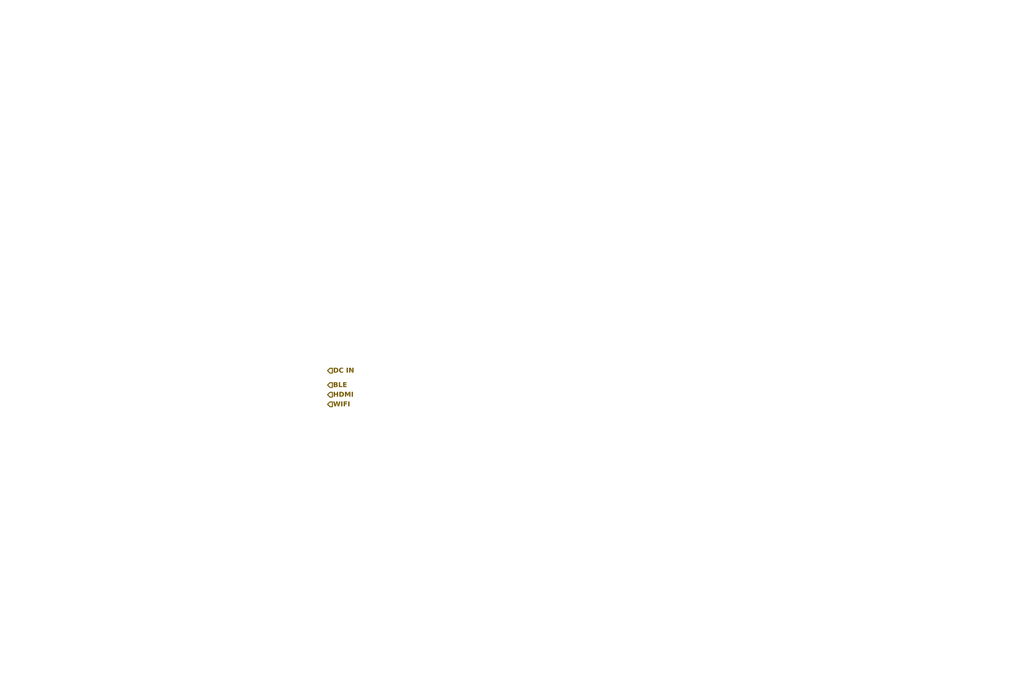
<source format=kicad_sch>
(kicad_sch
	(version 20240101)
	(generator "eeschema")
	(generator_version "8.99")
	(uuid "9656877e-9947-4465-b8a7-40790b2fc774")
	(paper "User" 270 180)
	(lib_symbols)
	(hierarchical_label "HDMI"
		(shape input)
		(at 86.36 104.14 0)
		(fields_autoplaced yes)
		(effects
			(font
				(face "JetBrains Mono")
				(size 1.27 1.27)
				(thickness 0.254)
				(bold yes)
			)
			(justify left)
		)
		(uuid "375cd731-cd17-4558-a37f-0a69068d077f")
	)
	(hierarchical_label "BLE"
		(shape input)
		(at 86.36 101.6 0)
		(fields_autoplaced yes)
		(effects
			(font
				(face "JetBrains Mono")
				(size 1.27 1.27)
				(thickness 0.254)
				(bold yes)
			)
			(justify left)
		)
		(uuid "4ea3d172-8821-474d-8a02-e3877722712d")
	)
	(hierarchical_label "WIFI"
		(shape input)
		(at 86.36 106.68 0)
		(fields_autoplaced yes)
		(effects
			(font
				(face "JetBrains Mono")
				(size 1.27 1.27)
				(thickness 0.254)
				(bold yes)
			)
			(justify left)
		)
		(uuid "71feb842-ec0f-455e-ace1-bd4170fa45ee")
	)
	(hierarchical_label "DC IN"
		(shape input)
		(at 86.36 97.79 0)
		(fields_autoplaced yes)
		(effects
			(font
				(face "JetBrains Mono")
				(size 1.27 1.27)
				(thickness 0.254)
				(bold yes)
			)
			(justify left)
		)
		(uuid "7e410e46-2837-4d35-9668-82478c78c448")
	)
)
</source>
